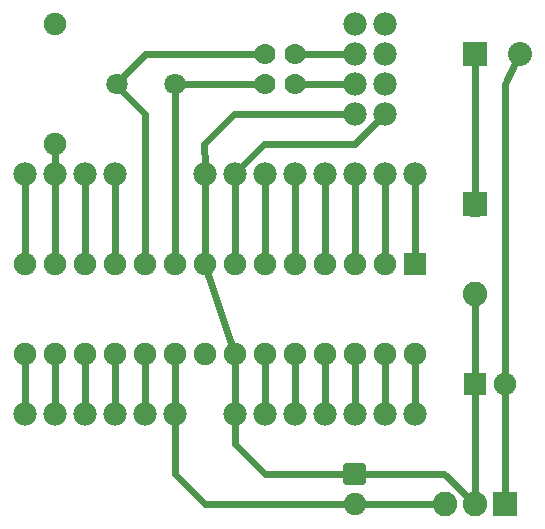
<source format=gbl>
G04 MADE WITH FRITZING*
G04 WWW.FRITZING.ORG*
G04 DOUBLE SIDED*
G04 HOLES PLATED*
G04 CONTOUR ON CENTER OF CONTOUR VECTOR*
%ASAXBY*%
%FSLAX23Y23*%
%MOIN*%
%OFA0B0*%
%SFA1.0B1.0*%
%ADD10C,0.075000*%
%ADD11C,0.070925*%
%ADD12C,0.070866*%
%ADD13C,0.070000*%
%ADD14C,0.078000*%
%ADD15C,0.082000*%
%ADD16C,0.080000*%
%ADD17R,0.075000X0.075000*%
%ADD18R,0.082000X0.082000*%
%ADD19C,0.024000*%
%ADD20C,0.020000*%
%ADD21R,0.001000X0.001000*%
%LNCOPPER0*%
G90*
G70*
G54D10*
X1431Y996D03*
X1431Y696D03*
X1331Y996D03*
X1331Y696D03*
X1231Y996D03*
X1231Y696D03*
X1131Y996D03*
X1131Y696D03*
X1031Y996D03*
X1031Y696D03*
X931Y996D03*
X931Y696D03*
X831Y996D03*
X831Y696D03*
X731Y996D03*
X731Y696D03*
X631Y996D03*
X631Y696D03*
X531Y996D03*
X531Y696D03*
X431Y996D03*
X431Y696D03*
X331Y996D03*
X331Y696D03*
X231Y996D03*
X231Y696D03*
X131Y996D03*
X131Y696D03*
G54D11*
X631Y1596D03*
G54D12*
X438Y1596D03*
G54D13*
X931Y1696D03*
X1031Y1696D03*
X931Y1596D03*
X1031Y1596D03*
G54D14*
X431Y1296D03*
X331Y1296D03*
X231Y1296D03*
X131Y1296D03*
X1431Y496D03*
X1331Y496D03*
X1231Y496D03*
X1131Y496D03*
X1031Y496D03*
X931Y496D03*
X831Y496D03*
X1331Y1796D03*
X1231Y1796D03*
X1331Y1796D03*
X1231Y1796D03*
X1231Y1696D03*
X1331Y1696D03*
X631Y496D03*
X531Y496D03*
X431Y496D03*
X331Y496D03*
X231Y496D03*
X131Y496D03*
X1331Y1596D03*
X1231Y1596D03*
X1331Y1596D03*
X1231Y1596D03*
X1231Y1496D03*
X1331Y1496D03*
X1431Y1296D03*
X1331Y1296D03*
X1231Y1296D03*
X1131Y1296D03*
X1031Y1296D03*
X931Y1296D03*
X831Y1296D03*
X731Y1296D03*
G54D15*
X1731Y196D03*
X1631Y196D03*
X1531Y196D03*
G54D16*
X1631Y1696D03*
X1783Y1696D03*
G54D10*
X231Y1396D03*
X231Y1796D03*
X1631Y596D03*
X1731Y596D03*
G54D15*
X1631Y1194D03*
X1631Y896D03*
G54D10*
X1231Y296D03*
X1231Y196D03*
G54D17*
X1431Y996D03*
G54D18*
X1731Y196D03*
G54D17*
X1631Y596D03*
G54D18*
X1631Y1195D03*
G54D19*
X631Y1025D02*
X631Y1569D01*
D02*
X231Y1025D02*
X231Y1266D01*
D02*
X331Y1025D02*
X331Y1266D01*
D02*
X431Y1025D02*
X431Y1266D01*
D02*
X131Y1025D02*
X131Y1266D01*
D02*
X740Y969D02*
X822Y723D01*
D02*
X1131Y1025D02*
X1131Y1266D01*
D02*
X1431Y1025D02*
X1431Y1266D01*
D02*
X731Y1025D02*
X731Y1266D01*
D02*
X831Y1025D02*
X831Y1266D01*
D02*
X931Y1025D02*
X931Y1266D01*
D02*
X1031Y1025D02*
X1031Y1266D01*
D02*
X1231Y1025D02*
X1231Y1266D01*
D02*
X1331Y1025D02*
X1331Y1266D01*
D02*
X1031Y526D02*
X1031Y668D01*
D02*
X1131Y526D02*
X1131Y668D01*
D02*
X1231Y526D02*
X1231Y668D01*
D02*
X1331Y526D02*
X1331Y668D01*
D02*
X1431Y526D02*
X1431Y668D01*
D02*
X131Y526D02*
X131Y668D01*
D02*
X231Y526D02*
X231Y668D01*
D02*
X331Y526D02*
X331Y668D01*
D02*
X431Y526D02*
X431Y668D01*
D02*
X531Y526D02*
X531Y668D01*
D02*
X631Y526D02*
X631Y668D01*
D02*
X831Y526D02*
X831Y668D01*
D02*
X931Y526D02*
X931Y668D01*
D02*
X631Y297D02*
X631Y466D01*
D02*
X731Y197D02*
X631Y297D01*
D02*
X1202Y196D02*
X731Y197D01*
D02*
X931Y297D02*
X1202Y296D01*
D02*
X831Y466D02*
X831Y397D01*
D02*
X831Y397D02*
X931Y297D01*
D02*
X231Y1326D02*
X231Y1368D01*
D02*
X1231Y1397D02*
X1310Y1475D01*
D02*
X930Y1397D02*
X1231Y1397D01*
D02*
X852Y1318D02*
X930Y1397D01*
D02*
X1631Y1662D02*
X1631Y1226D01*
D02*
X1767Y1665D02*
X1732Y1596D01*
D02*
X1732Y1596D02*
X1731Y625D01*
D02*
X1631Y625D02*
X1631Y864D01*
D02*
X1631Y228D02*
X1631Y568D01*
D02*
X1608Y219D02*
X1530Y296D01*
D02*
X1530Y296D02*
X1259Y296D01*
D02*
X1499Y196D02*
X1259Y196D01*
D02*
X1731Y568D02*
X1731Y228D01*
D02*
X432Y1596D02*
X411Y1595D01*
D02*
X531Y1496D02*
X432Y1596D01*
D02*
X531Y1025D02*
X531Y1496D01*
D02*
X731Y1326D02*
X730Y1397D01*
D02*
X730Y1397D02*
X830Y1496D01*
D02*
X830Y1496D02*
X1201Y1496D01*
D02*
X456Y1616D02*
X531Y1696D01*
D02*
X531Y1696D02*
X905Y1696D01*
D02*
X658Y1596D02*
X905Y1596D01*
D02*
X1201Y1596D02*
X1057Y1596D01*
D02*
X1201Y1696D02*
X1057Y1696D01*
G54D20*
X1258Y269D02*
X1203Y269D01*
X1203Y324D01*
X1258Y324D01*
X1258Y269D01*
D02*
G54D21*
X1591Y1737D02*
X1670Y1737D01*
X1591Y1736D02*
X1670Y1736D01*
X1591Y1735D02*
X1670Y1735D01*
X1591Y1734D02*
X1670Y1734D01*
X1591Y1733D02*
X1670Y1733D01*
X1591Y1732D02*
X1670Y1732D01*
X1591Y1731D02*
X1670Y1731D01*
X1591Y1730D02*
X1670Y1730D01*
X1591Y1729D02*
X1670Y1729D01*
X1591Y1728D02*
X1670Y1728D01*
X1591Y1727D02*
X1670Y1727D01*
X1591Y1726D02*
X1670Y1726D01*
X1591Y1725D02*
X1670Y1725D01*
X1591Y1724D02*
X1670Y1724D01*
X1591Y1723D02*
X1670Y1723D01*
X1591Y1722D02*
X1670Y1722D01*
X1591Y1721D02*
X1670Y1721D01*
X1591Y1720D02*
X1623Y1720D01*
X1637Y1720D02*
X1670Y1720D01*
X1591Y1719D02*
X1620Y1719D01*
X1640Y1719D02*
X1670Y1719D01*
X1591Y1718D02*
X1618Y1718D01*
X1642Y1718D02*
X1670Y1718D01*
X1591Y1717D02*
X1617Y1717D01*
X1644Y1717D02*
X1670Y1717D01*
X1591Y1716D02*
X1615Y1716D01*
X1645Y1716D02*
X1670Y1716D01*
X1591Y1715D02*
X1614Y1715D01*
X1646Y1715D02*
X1670Y1715D01*
X1591Y1714D02*
X1613Y1714D01*
X1647Y1714D02*
X1670Y1714D01*
X1591Y1713D02*
X1612Y1713D01*
X1648Y1713D02*
X1670Y1713D01*
X1591Y1712D02*
X1611Y1712D01*
X1649Y1712D02*
X1670Y1712D01*
X1591Y1711D02*
X1610Y1711D01*
X1650Y1711D02*
X1670Y1711D01*
X1591Y1710D02*
X1610Y1710D01*
X1651Y1710D02*
X1670Y1710D01*
X1591Y1709D02*
X1609Y1709D01*
X1651Y1709D02*
X1670Y1709D01*
X1591Y1708D02*
X1609Y1708D01*
X1652Y1708D02*
X1670Y1708D01*
X1591Y1707D02*
X1608Y1707D01*
X1652Y1707D02*
X1670Y1707D01*
X1591Y1706D02*
X1608Y1706D01*
X1653Y1706D02*
X1670Y1706D01*
X1591Y1705D02*
X1607Y1705D01*
X1653Y1705D02*
X1670Y1705D01*
X1591Y1704D02*
X1607Y1704D01*
X1653Y1704D02*
X1670Y1704D01*
X1591Y1703D02*
X1607Y1703D01*
X1654Y1703D02*
X1670Y1703D01*
X1591Y1702D02*
X1606Y1702D01*
X1654Y1702D02*
X1670Y1702D01*
X1591Y1701D02*
X1606Y1701D01*
X1654Y1701D02*
X1670Y1701D01*
X1591Y1700D02*
X1606Y1700D01*
X1654Y1700D02*
X1670Y1700D01*
X1591Y1699D02*
X1606Y1699D01*
X1654Y1699D02*
X1670Y1699D01*
X1591Y1698D02*
X1606Y1698D01*
X1654Y1698D02*
X1670Y1698D01*
X1591Y1697D02*
X1606Y1697D01*
X1654Y1697D02*
X1670Y1697D01*
X1591Y1696D02*
X1606Y1696D01*
X1654Y1696D02*
X1670Y1696D01*
X1591Y1695D02*
X1606Y1695D01*
X1654Y1695D02*
X1670Y1695D01*
X1591Y1694D02*
X1606Y1694D01*
X1654Y1694D02*
X1670Y1694D01*
X1591Y1693D02*
X1606Y1693D01*
X1654Y1693D02*
X1670Y1693D01*
X1591Y1692D02*
X1607Y1692D01*
X1654Y1692D02*
X1670Y1692D01*
X1591Y1691D02*
X1607Y1691D01*
X1653Y1691D02*
X1670Y1691D01*
X1591Y1690D02*
X1607Y1690D01*
X1653Y1690D02*
X1670Y1690D01*
X1591Y1689D02*
X1608Y1689D01*
X1653Y1689D02*
X1670Y1689D01*
X1591Y1688D02*
X1608Y1688D01*
X1652Y1688D02*
X1670Y1688D01*
X1591Y1687D02*
X1609Y1687D01*
X1652Y1687D02*
X1670Y1687D01*
X1591Y1686D02*
X1609Y1686D01*
X1651Y1686D02*
X1670Y1686D01*
X1591Y1685D02*
X1610Y1685D01*
X1651Y1685D02*
X1670Y1685D01*
X1591Y1684D02*
X1610Y1684D01*
X1650Y1684D02*
X1670Y1684D01*
X1591Y1683D02*
X1611Y1683D01*
X1649Y1683D02*
X1670Y1683D01*
X1591Y1682D02*
X1612Y1682D01*
X1648Y1682D02*
X1670Y1682D01*
X1591Y1681D02*
X1613Y1681D01*
X1648Y1681D02*
X1670Y1681D01*
X1591Y1680D02*
X1614Y1680D01*
X1647Y1680D02*
X1670Y1680D01*
X1591Y1679D02*
X1615Y1679D01*
X1645Y1679D02*
X1670Y1679D01*
X1591Y1678D02*
X1616Y1678D01*
X1644Y1678D02*
X1670Y1678D01*
X1591Y1677D02*
X1618Y1677D01*
X1642Y1677D02*
X1670Y1677D01*
X1591Y1676D02*
X1620Y1676D01*
X1641Y1676D02*
X1670Y1676D01*
X1591Y1675D02*
X1622Y1675D01*
X1638Y1675D02*
X1670Y1675D01*
X1591Y1674D02*
X1626Y1674D01*
X1634Y1674D02*
X1670Y1674D01*
X1591Y1673D02*
X1670Y1673D01*
X1591Y1672D02*
X1670Y1672D01*
X1591Y1671D02*
X1670Y1671D01*
X1591Y1670D02*
X1670Y1670D01*
X1591Y1669D02*
X1670Y1669D01*
X1591Y1668D02*
X1670Y1668D01*
X1591Y1667D02*
X1670Y1667D01*
X1591Y1666D02*
X1670Y1666D01*
X1591Y1665D02*
X1670Y1665D01*
X1591Y1664D02*
X1670Y1664D01*
X1591Y1663D02*
X1670Y1663D01*
X1591Y1662D02*
X1670Y1662D01*
X1591Y1661D02*
X1670Y1661D01*
X1591Y1660D02*
X1670Y1660D01*
X1591Y1659D02*
X1670Y1659D01*
X1591Y1658D02*
X1670Y1658D01*
D02*
G04 End of Copper0*
M02*
</source>
